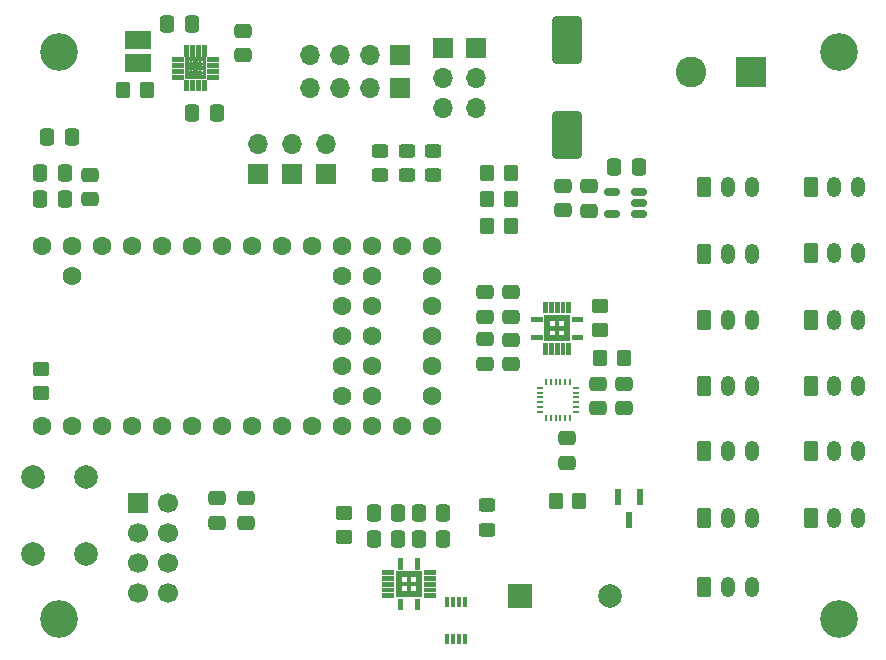
<source format=gbr>
%TF.GenerationSoftware,KiCad,Pcbnew,8.0.7*%
%TF.CreationDate,2025-01-15T19:07:21+07:00*%
%TF.ProjectId,Teensy4.0,5465656e-7379-4342-9e30-2e6b69636164,rev?*%
%TF.SameCoordinates,Original*%
%TF.FileFunction,Soldermask,Top*%
%TF.FilePolarity,Negative*%
%FSLAX46Y46*%
G04 Gerber Fmt 4.6, Leading zero omitted, Abs format (unit mm)*
G04 Created by KiCad (PCBNEW 8.0.7) date 2025-01-15 19:07:21*
%MOMM*%
%LPD*%
G01*
G04 APERTURE LIST*
G04 Aperture macros list*
%AMRoundRect*
0 Rectangle with rounded corners*
0 $1 Rounding radius*
0 $2 $3 $4 $5 $6 $7 $8 $9 X,Y pos of 4 corners*
0 Add a 4 corners polygon primitive as box body*
4,1,4,$2,$3,$4,$5,$6,$7,$8,$9,$2,$3,0*
0 Add four circle primitives for the rounded corners*
1,1,$1+$1,$2,$3*
1,1,$1+$1,$4,$5*
1,1,$1+$1,$6,$7*
1,1,$1+$1,$8,$9*
0 Add four rect primitives between the rounded corners*
20,1,$1+$1,$2,$3,$4,$5,0*
20,1,$1+$1,$4,$5,$6,$7,0*
20,1,$1+$1,$6,$7,$8,$9,0*
20,1,$1+$1,$8,$9,$2,$3,0*%
G04 Aperture macros list end*
%ADD10C,0.000000*%
%ADD11R,0.850000X0.280000*%
%ADD12R,0.280000X0.850000*%
%ADD13C,0.508000*%
%ADD14R,0.300000X0.850000*%
%ADD15RoundRect,0.250000X-0.350000X-0.625000X0.350000X-0.625000X0.350000X0.625000X-0.350000X0.625000X0*%
%ADD16O,1.200000X1.750000*%
%ADD17R,2.000000X2.000000*%
%ADD18C,2.000000*%
%ADD19C,3.200000*%
%ADD20RoundRect,0.250000X0.475000X-0.337500X0.475000X0.337500X-0.475000X0.337500X-0.475000X-0.337500X0*%
%ADD21R,1.700000X1.700000*%
%ADD22O,1.700000X1.700000*%
%ADD23RoundRect,0.250000X-0.475000X0.337500X-0.475000X-0.337500X0.475000X-0.337500X0.475000X0.337500X0*%
%ADD24RoundRect,0.250000X0.350000X0.450000X-0.350000X0.450000X-0.350000X-0.450000X0.350000X-0.450000X0*%
%ADD25RoundRect,0.250000X-0.350000X-0.450000X0.350000X-0.450000X0.350000X0.450000X-0.350000X0.450000X0*%
%ADD26RoundRect,0.250000X-0.337500X-0.475000X0.337500X-0.475000X0.337500X0.475000X-0.337500X0.475000X0*%
%ADD27RoundRect,0.250000X0.337500X0.475000X-0.337500X0.475000X-0.337500X-0.475000X0.337500X-0.475000X0*%
%ADD28RoundRect,0.050000X-0.225000X-0.050000X0.225000X-0.050000X0.225000X0.050000X-0.225000X0.050000X0*%
%ADD29RoundRect,0.050000X0.050000X-0.225000X0.050000X0.225000X-0.050000X0.225000X-0.050000X-0.225000X0*%
%ADD30RoundRect,0.250000X0.450000X-0.325000X0.450000X0.325000X-0.450000X0.325000X-0.450000X-0.325000X0*%
%ADD31RoundRect,0.250000X1.000000X-1.750000X1.000000X1.750000X-1.000000X1.750000X-1.000000X-1.750000X0*%
%ADD32C,1.700000*%
%ADD33RoundRect,0.250000X0.450000X-0.350000X0.450000X0.350000X-0.450000X0.350000X-0.450000X-0.350000X0*%
%ADD34R,2.600000X2.600000*%
%ADD35C,2.600000*%
%ADD36C,1.600000*%
%ADD37RoundRect,0.250000X-0.450000X0.350000X-0.450000X-0.350000X0.450000X-0.350000X0.450000X0.350000X0*%
%ADD38RoundRect,0.150000X0.512500X0.150000X-0.512500X0.150000X-0.512500X-0.150000X0.512500X-0.150000X0*%
%ADD39RoundRect,0.250000X-0.450000X0.325000X-0.450000X-0.325000X0.450000X-0.325000X0.450000X0.325000X0*%
%ADD40R,0.558800X1.422400*%
%ADD41R,2.260600X1.498600*%
G04 APERTURE END LIST*
D10*
%TO.C,U4*%
G36*
X119543377Y-74809598D02*
G01*
X118554186Y-74809598D01*
X118554186Y-74390404D01*
X119543377Y-74390404D01*
X119543377Y-74809598D01*
G37*
G36*
X119543377Y-75309597D02*
G01*
X118554186Y-75309597D01*
X118554186Y-74890406D01*
X119543377Y-74890406D01*
X119543377Y-75309597D01*
G37*
G36*
X119543377Y-75809596D02*
G01*
X118554186Y-75809596D01*
X118554186Y-75390405D01*
X119543377Y-75390405D01*
X119543377Y-75809596D01*
G37*
G36*
X119543377Y-76309598D02*
G01*
X118554186Y-76309598D01*
X118554186Y-75890404D01*
X119543377Y-75890404D01*
X119543377Y-76309598D01*
G37*
G36*
X119983188Y-77319596D02*
G01*
X119563996Y-77319596D01*
X119563996Y-76330405D01*
X119983188Y-76330405D01*
X119983188Y-77319596D01*
G37*
G36*
X120483314Y-77319596D02*
G01*
X120064122Y-77319596D01*
X120064122Y-76330405D01*
X120483314Y-76330405D01*
X120483314Y-77319596D01*
G37*
G36*
X120983440Y-77319596D02*
G01*
X120564248Y-77319596D01*
X120564248Y-76330405D01*
X120983440Y-76330405D01*
X120983440Y-77319596D01*
G37*
G36*
X121483566Y-77319596D02*
G01*
X121064374Y-77319596D01*
X121064374Y-76330405D01*
X121483566Y-76330405D01*
X121483566Y-77319596D01*
G37*
G36*
X122493376Y-76309598D02*
G01*
X121504185Y-76309598D01*
X121504185Y-75890404D01*
X122493376Y-75890404D01*
X122493376Y-76309598D01*
G37*
G36*
X122493376Y-75809596D02*
G01*
X121504185Y-75809596D01*
X121504185Y-75390405D01*
X122493376Y-75390405D01*
X122493376Y-75809596D01*
G37*
G36*
X122493376Y-75309597D02*
G01*
X121504185Y-75309597D01*
X121504185Y-74890406D01*
X122493376Y-74890406D01*
X122493376Y-75309597D01*
G37*
G36*
X122493376Y-74809598D02*
G01*
X121504185Y-74809598D01*
X121504185Y-74390404D01*
X122493376Y-74390404D01*
X122493376Y-74809598D01*
G37*
G36*
X121483566Y-74369597D02*
G01*
X121064374Y-74369597D01*
X121064374Y-73380406D01*
X121483566Y-73380406D01*
X121483566Y-74369597D01*
G37*
G36*
X120983440Y-74369597D02*
G01*
X120564248Y-74369597D01*
X120564248Y-73380406D01*
X120983440Y-73380406D01*
X120983440Y-74369597D01*
G37*
G36*
X120483314Y-74369597D02*
G01*
X120064122Y-74369597D01*
X120064122Y-73380406D01*
X120483314Y-73380406D01*
X120483314Y-74369597D01*
G37*
G36*
X119983188Y-74369597D02*
G01*
X119563996Y-74369597D01*
X119563996Y-73380406D01*
X119983188Y-73380406D01*
X119983188Y-74369597D01*
G37*
G36*
X121437281Y-74756301D02*
G01*
X119610281Y-74756301D01*
X119610281Y-74436501D01*
X121437281Y-74436501D01*
X121437281Y-74756301D01*
G37*
G36*
X121437281Y-75543701D02*
G01*
X119610281Y-75543701D01*
X119610281Y-75156301D01*
X121437281Y-75156301D01*
X121437281Y-75543701D01*
G37*
G36*
X121437281Y-76263501D02*
G01*
X119610281Y-76263501D01*
X119610281Y-75943701D01*
X121437281Y-75943701D01*
X121437281Y-76263501D01*
G37*
G36*
X119930081Y-76263501D02*
G01*
X119610281Y-76263501D01*
X119610281Y-74436501D01*
X119930081Y-74436501D01*
X119930081Y-76263501D01*
G37*
G36*
X120717481Y-76263501D02*
G01*
X120330081Y-76263501D01*
X120330081Y-74436501D01*
X120717481Y-74436501D01*
X120717481Y-76263501D01*
G37*
G36*
X121437281Y-76263501D02*
G01*
X121117481Y-76263501D01*
X121117481Y-74436501D01*
X121437281Y-74436501D01*
X121437281Y-76263501D01*
G37*
%TO.C,U3*%
G36*
X137313443Y-118240953D02*
G01*
X136323556Y-118240953D01*
X136323556Y-117821046D01*
X137313443Y-117821046D01*
X137313443Y-118240953D01*
G37*
G36*
X137313443Y-118740955D02*
G01*
X136323556Y-118740955D01*
X136323556Y-118321047D01*
X137313443Y-118321047D01*
X137313443Y-118740955D01*
G37*
G36*
X137313443Y-119240954D02*
G01*
X136323556Y-119240954D01*
X136323556Y-118821046D01*
X137313443Y-118821046D01*
X137313443Y-119240954D01*
G37*
G36*
X137313443Y-119740953D02*
G01*
X136323556Y-119740953D01*
X136323556Y-119321045D01*
X137313443Y-119321045D01*
X137313443Y-119740953D01*
G37*
G36*
X137313443Y-120240954D02*
G01*
X136323556Y-120240954D01*
X136323556Y-119821047D01*
X137313443Y-119821047D01*
X137313443Y-120240954D01*
G37*
G36*
X137993799Y-120119500D02*
G01*
X137498999Y-120119500D01*
X137498999Y-117942500D01*
X137993799Y-117942500D01*
X137993799Y-120119500D01*
G37*
G36*
X139675999Y-118437300D02*
G01*
X137498999Y-118437300D01*
X137498999Y-117942500D01*
X139675999Y-117942500D01*
X139675999Y-118437300D01*
G37*
G36*
X139675999Y-119224700D02*
G01*
X137498999Y-119224700D01*
X137498999Y-118837300D01*
X139675999Y-118837300D01*
X139675999Y-119224700D01*
G37*
G36*
X139675999Y-120119500D02*
G01*
X137498999Y-120119500D01*
X137498999Y-119624700D01*
X139675999Y-119624700D01*
X139675999Y-120119500D01*
G37*
G36*
X138047452Y-117794942D02*
G01*
X137627544Y-117794942D01*
X137627544Y-116805058D01*
X138047452Y-116805058D01*
X138047452Y-117794942D01*
G37*
G36*
X138047452Y-121256942D02*
G01*
X137627544Y-121256942D01*
X137627544Y-120267058D01*
X138047452Y-120267058D01*
X138047452Y-121256942D01*
G37*
G36*
X138781199Y-120119500D02*
G01*
X138393799Y-120119500D01*
X138393799Y-117942500D01*
X138781199Y-117942500D01*
X138781199Y-120119500D01*
G37*
G36*
X139547454Y-117794942D02*
G01*
X139127546Y-117794942D01*
X139127546Y-116805058D01*
X139547454Y-116805058D01*
X139547454Y-117794942D01*
G37*
G36*
X139547454Y-121256942D02*
G01*
X139127546Y-121256942D01*
X139127546Y-120267058D01*
X139547454Y-120267058D01*
X139547454Y-121256942D01*
G37*
G36*
X139675999Y-120119500D02*
G01*
X139181199Y-120119500D01*
X139181199Y-117942500D01*
X139675999Y-117942500D01*
X139675999Y-120119500D01*
G37*
G36*
X140851442Y-118240953D02*
G01*
X139861555Y-118240953D01*
X139861555Y-117821046D01*
X140851442Y-117821046D01*
X140851442Y-118240953D01*
G37*
G36*
X140851442Y-118740955D02*
G01*
X139861555Y-118740955D01*
X139861555Y-118321047D01*
X140851442Y-118321047D01*
X140851442Y-118740955D01*
G37*
G36*
X140851442Y-119240954D02*
G01*
X139861555Y-119240954D01*
X139861555Y-118821046D01*
X140851442Y-118821046D01*
X140851442Y-119240954D01*
G37*
G36*
X140851442Y-119740953D02*
G01*
X139861555Y-119740953D01*
X139861555Y-119321045D01*
X140851442Y-119321045D01*
X140851442Y-119740953D01*
G37*
G36*
X140851442Y-120240954D02*
G01*
X139861555Y-120240954D01*
X139861555Y-119821047D01*
X140851442Y-119821047D01*
X140851442Y-120240954D01*
G37*
%TO.C,U7*%
G36*
X149894942Y-96834952D02*
G01*
X148905058Y-96834952D01*
X148905058Y-96415044D01*
X149894942Y-96415044D01*
X149894942Y-96834952D01*
G37*
G36*
X149894942Y-98334954D02*
G01*
X148905058Y-98334954D01*
X148905058Y-97915046D01*
X149894942Y-97915046D01*
X149894942Y-98334954D01*
G37*
G36*
X150340953Y-96100943D02*
G01*
X149921046Y-96100943D01*
X149921046Y-95111056D01*
X150340953Y-95111056D01*
X150340953Y-96100943D01*
G37*
G36*
X150340953Y-99638942D02*
G01*
X149921046Y-99638942D01*
X149921046Y-98649055D01*
X150340953Y-98649055D01*
X150340953Y-99638942D01*
G37*
G36*
X152219500Y-96781299D02*
G01*
X150042500Y-96781299D01*
X150042500Y-96286499D01*
X152219500Y-96286499D01*
X152219500Y-96781299D01*
G37*
G36*
X152219500Y-97568699D02*
G01*
X150042500Y-97568699D01*
X150042500Y-97181299D01*
X152219500Y-97181299D01*
X152219500Y-97568699D01*
G37*
G36*
X150537300Y-98463499D02*
G01*
X150042500Y-98463499D01*
X150042500Y-96286499D01*
X150537300Y-96286499D01*
X150537300Y-98463499D01*
G37*
G36*
X152219500Y-98463499D02*
G01*
X150042500Y-98463499D01*
X150042500Y-97968699D01*
X152219500Y-97968699D01*
X152219500Y-98463499D01*
G37*
G36*
X150840955Y-96100943D02*
G01*
X150421047Y-96100943D01*
X150421047Y-95111056D01*
X150840955Y-95111056D01*
X150840955Y-96100943D01*
G37*
G36*
X150840955Y-99638942D02*
G01*
X150421047Y-99638942D01*
X150421047Y-98649055D01*
X150840955Y-98649055D01*
X150840955Y-99638942D01*
G37*
G36*
X151340954Y-96100943D02*
G01*
X150921046Y-96100943D01*
X150921046Y-95111056D01*
X151340954Y-95111056D01*
X151340954Y-96100943D01*
G37*
G36*
X151340954Y-99638942D02*
G01*
X150921046Y-99638942D01*
X150921046Y-98649055D01*
X151340954Y-98649055D01*
X151340954Y-99638942D01*
G37*
G36*
X151324700Y-98463499D02*
G01*
X150937300Y-98463499D01*
X150937300Y-96286499D01*
X151324700Y-96286499D01*
X151324700Y-98463499D01*
G37*
G36*
X151840953Y-96100943D02*
G01*
X151421045Y-96100943D01*
X151421045Y-95111056D01*
X151840953Y-95111056D01*
X151840953Y-96100943D01*
G37*
G36*
X151840953Y-99638942D02*
G01*
X151421045Y-99638942D01*
X151421045Y-98649055D01*
X151840953Y-98649055D01*
X151840953Y-99638942D01*
G37*
G36*
X152219500Y-98463499D02*
G01*
X151724700Y-98463499D01*
X151724700Y-96286499D01*
X152219500Y-96286499D01*
X152219500Y-98463499D01*
G37*
G36*
X152340954Y-96100943D02*
G01*
X151921047Y-96100943D01*
X151921047Y-95111056D01*
X152340954Y-95111056D01*
X152340954Y-96100943D01*
G37*
G36*
X152340954Y-99638942D02*
G01*
X151921047Y-99638942D01*
X151921047Y-98649055D01*
X152340954Y-98649055D01*
X152340954Y-99638942D01*
G37*
G36*
X153356942Y-96834952D02*
G01*
X152367058Y-96834952D01*
X152367058Y-96415044D01*
X153356942Y-96415044D01*
X153356942Y-96834952D01*
G37*
G36*
X153356942Y-98334954D02*
G01*
X152367058Y-98334954D01*
X152367058Y-97915046D01*
X153356942Y-97915046D01*
X153356942Y-98334954D01*
G37*
%TD*%
D11*
%TO.C,U4*%
X119048780Y-74600000D03*
X119048780Y-75100001D03*
X119048780Y-75600001D03*
X119048780Y-76100002D03*
D12*
X119773592Y-76825002D03*
X120273718Y-76825002D03*
X120773844Y-76825002D03*
X121273970Y-76825002D03*
D11*
X121998782Y-76100002D03*
X121998782Y-75600001D03*
X121998782Y-75100001D03*
X121998782Y-74600000D03*
D12*
X121273970Y-73875000D03*
X120773844Y-73875000D03*
X120273718Y-73875000D03*
X119773592Y-73875000D03*
D13*
X120130081Y-75743701D03*
X120130081Y-74956301D03*
X120917481Y-75743701D03*
X120917481Y-74956301D03*
%TD*%
D14*
%TO.C,IC2*%
X143350000Y-120550000D03*
X142850000Y-120550000D03*
X142350000Y-120550000D03*
X141850000Y-120550000D03*
X141850000Y-123700000D03*
X142350000Y-123700000D03*
X142850000Y-123700000D03*
X143350000Y-123700000D03*
%TD*%
D15*
%TO.C,servo1*%
X172600000Y-102250000D03*
D16*
X174600000Y-102250000D03*
X176600000Y-102250000D03*
%TD*%
D17*
%TO.C,BZ1*%
X148000000Y-120000000D03*
D18*
X155600000Y-120000000D03*
%TD*%
D19*
%TO.C,H2*%
X175000000Y-74000000D03*
%TD*%
D20*
%TO.C,C24*%
X145000000Y-96400000D03*
X145000000Y-94325000D03*
%TD*%
D21*
%TO.C,J1*%
X137790000Y-74250000D03*
D22*
X135250000Y-74250000D03*
X132710000Y-74250000D03*
X130170000Y-74250000D03*
%TD*%
D23*
%TO.C,C23*%
X147200000Y-94325000D03*
X147200000Y-96400000D03*
%TD*%
D24*
%TO.C,R11*%
X147200000Y-86450000D03*
X145200000Y-86450000D03*
%TD*%
D19*
%TO.C,H1*%
X109000000Y-74000000D03*
%TD*%
D25*
%TO.C,R1*%
X114373718Y-77225002D03*
X116373718Y-77225002D03*
%TD*%
D24*
%TO.C,R2*%
X156800000Y-99925000D03*
X154800000Y-99925000D03*
%TD*%
D26*
%TO.C,C17*%
X139400000Y-115250000D03*
X141475000Y-115250000D03*
%TD*%
D15*
%TO.C,servo13*%
X172600000Y-96650000D03*
D16*
X174600000Y-96650000D03*
X176600000Y-96650000D03*
%TD*%
D27*
%TO.C,C2*%
X109437500Y-84200000D03*
X107362500Y-84200000D03*
%TD*%
D28*
%TO.C,U6*%
X149700000Y-102425000D03*
X149700000Y-102825000D03*
X149700000Y-103225000D03*
X149700000Y-103625000D03*
X149700000Y-104025000D03*
X149700000Y-104425000D03*
D29*
X150200000Y-104925000D03*
X150600000Y-104925000D03*
X151000000Y-104925000D03*
X151400000Y-104925000D03*
X151800000Y-104925000D03*
X152200000Y-104925000D03*
D28*
X152700000Y-104425000D03*
X152700000Y-104025000D03*
X152700000Y-103625000D03*
X152700000Y-103225000D03*
X152700000Y-102825000D03*
X152700000Y-102425000D03*
D29*
X152200000Y-101925000D03*
X151800000Y-101925000D03*
X151400000Y-101925000D03*
X151000000Y-101925000D03*
X150600000Y-101925000D03*
X150200000Y-101925000D03*
%TD*%
D24*
%TO.C,R13*%
X147200000Y-84200000D03*
X145200000Y-84200000D03*
%TD*%
D26*
%TO.C,C21*%
X135600000Y-115250000D03*
X137675000Y-115250000D03*
%TD*%
D30*
%TO.C,VCC*%
X140650000Y-84425000D03*
X140650000Y-82375000D03*
%TD*%
D20*
%TO.C,C18*%
X154610000Y-104137500D03*
X154610000Y-102062500D03*
%TD*%
%TO.C,C14*%
X111600000Y-86437500D03*
X111600000Y-84362500D03*
%TD*%
D31*
%TO.C,C13*%
X152000000Y-81000000D03*
X152000000Y-73000000D03*
%TD*%
D20*
%TO.C,C16*%
X145025000Y-100387500D03*
X145025000Y-98312500D03*
%TD*%
D12*
%TO.C,U3*%
X137837498Y-117300000D03*
D11*
X136818498Y-118030999D03*
X136818498Y-118531001D03*
X136818498Y-119031000D03*
X136818498Y-119530999D03*
X136818498Y-120031001D03*
D12*
X137837498Y-120762000D03*
X139337500Y-120762000D03*
D11*
X140356500Y-120031001D03*
X140356500Y-119530999D03*
X140356500Y-119031000D03*
X140356500Y-118531001D03*
X140356500Y-118030999D03*
D12*
X139337500Y-117300000D03*
%TD*%
D24*
%TO.C,R3*%
X147200000Y-88700000D03*
X145200000Y-88700000D03*
%TD*%
D21*
%TO.C,U2*%
X115610500Y-112175000D03*
D32*
X118150500Y-112175000D03*
X115610500Y-114715000D03*
X118150500Y-114715000D03*
X115610500Y-117255000D03*
X118150500Y-117255000D03*
X115610500Y-119795000D03*
X118150500Y-119795000D03*
%TD*%
D15*
%TO.C,servo11*%
X172600000Y-85400000D03*
D16*
X174600000Y-85400000D03*
X176600000Y-85400000D03*
%TD*%
D33*
%TO.C,R9*%
X133112500Y-115050000D03*
X133112500Y-113050000D03*
%TD*%
D20*
%TO.C,C3*%
X122350000Y-113837500D03*
X122350000Y-111762500D03*
%TD*%
D15*
%TO.C,servo5*%
X163600000Y-107800000D03*
D16*
X165600000Y-107800000D03*
X167600000Y-107800000D03*
%TD*%
D15*
%TO.C,servo4*%
X163600000Y-119250000D03*
D16*
X165600000Y-119250000D03*
X167600000Y-119250000D03*
%TD*%
D21*
%TO.C,5V*%
X144250000Y-73630000D03*
D22*
X144250000Y-76170000D03*
X144250000Y-78710000D03*
%TD*%
D20*
%TO.C,C7*%
X152010000Y-108737500D03*
X152010000Y-106662500D03*
%TD*%
D15*
%TO.C,servo2*%
X163600000Y-113450000D03*
D16*
X165600000Y-113450000D03*
X167600000Y-113450000D03*
%TD*%
D20*
%TO.C,C11*%
X151600000Y-87387500D03*
X151600000Y-85312500D03*
%TD*%
D33*
%TO.C,R7*%
X107400000Y-102810000D03*
X107400000Y-100810000D03*
%TD*%
D30*
%TO.C,3V3*%
X136150000Y-84425000D03*
X136150000Y-82375000D03*
%TD*%
D26*
%TO.C,C20*%
X135600000Y-113000000D03*
X137675000Y-113000000D03*
%TD*%
D25*
%TO.C,R4*%
X151000000Y-112000000D03*
X153000000Y-112000000D03*
%TD*%
D21*
%TO.C,S4*%
X125800000Y-84300000D03*
D22*
X125800000Y-81760000D03*
%TD*%
D34*
%TO.C,Main-Power1*%
X167545000Y-75695000D03*
D35*
X162465000Y-75695000D03*
%TD*%
D27*
%TO.C,C8*%
X158025000Y-83712500D03*
X155950000Y-83712500D03*
%TD*%
D11*
%TO.C,U7*%
X149400000Y-98125000D03*
D12*
X150130999Y-99144000D03*
X150631001Y-99144000D03*
X151131000Y-99144000D03*
X151630999Y-99144000D03*
X152131001Y-99144000D03*
D11*
X152862000Y-98125000D03*
X152862000Y-96624998D03*
D12*
X152131001Y-95605998D03*
X151630999Y-95605998D03*
X151131000Y-95605998D03*
X150631001Y-95605998D03*
X150130999Y-95605998D03*
D11*
X149400000Y-96624998D03*
%TD*%
D30*
%TO.C,5V*%
X138400000Y-84425000D03*
X138400000Y-82375000D03*
%TD*%
D15*
%TO.C,servo10*%
X163600000Y-102250000D03*
D16*
X165600000Y-102250000D03*
X167600000Y-102250000D03*
%TD*%
D20*
%TO.C,C15*%
X124800000Y-113837500D03*
X124800000Y-111762500D03*
%TD*%
D21*
%TO.C,S2*%
X131600000Y-84275000D03*
D22*
X131600000Y-81735000D03*
%TD*%
D36*
%TO.C,U1*%
X107490000Y-105620000D03*
X110030000Y-105620000D03*
X112570000Y-105620000D03*
X115110000Y-105620000D03*
X117650000Y-105620000D03*
X120190000Y-105620000D03*
X122730000Y-105620000D03*
X125270000Y-105620000D03*
X127810000Y-105620000D03*
X130350000Y-105620000D03*
X132890000Y-105620000D03*
X135430000Y-105620000D03*
X137970000Y-105620000D03*
X140510000Y-105620000D03*
X140510000Y-103080000D03*
X140510000Y-100540000D03*
X140510000Y-98000000D03*
X140510000Y-95460000D03*
X140510000Y-92920000D03*
X140510000Y-90380000D03*
X137970000Y-90380000D03*
X135430000Y-90380000D03*
X132890000Y-90380000D03*
X130350000Y-90380000D03*
X127810000Y-90380000D03*
X125270000Y-90380000D03*
X122730000Y-90380000D03*
X120190000Y-90380000D03*
X117650000Y-90380000D03*
X115110000Y-90380000D03*
X112570000Y-90380000D03*
X110030000Y-90380000D03*
X107490000Y-90380000D03*
X110030000Y-92920000D03*
X135430000Y-92920000D03*
X132890000Y-92920000D03*
X135430000Y-95460000D03*
X132890000Y-95460000D03*
X135430000Y-98000000D03*
X132890000Y-98000000D03*
X135430000Y-100540000D03*
X132890000Y-100540000D03*
X135430000Y-103080000D03*
X132890000Y-103080000D03*
%TD*%
D19*
%TO.C,H4*%
X175000000Y-122000000D03*
%TD*%
D15*
%TO.C,servo3*%
X163600000Y-96650000D03*
D16*
X165600000Y-96650000D03*
X167600000Y-96650000D03*
%TD*%
D37*
%TO.C,R14*%
X154800000Y-95525000D03*
X154800000Y-97525000D03*
%TD*%
D15*
%TO.C,servo9*%
X172600000Y-91000000D03*
D16*
X174600000Y-91000000D03*
X176600000Y-91000000D03*
%TD*%
D19*
%TO.C,H3*%
X109000000Y-122000000D03*
%TD*%
D20*
%TO.C,C19*%
X156810000Y-104137500D03*
X156810000Y-102062500D03*
%TD*%
D18*
%TO.C,button1*%
X106750000Y-116500000D03*
X106750000Y-110000000D03*
X111250000Y-116500000D03*
X111250000Y-110000000D03*
%TD*%
D21*
%TO.C,J2*%
X137790000Y-77000000D03*
D22*
X135250000Y-77000000D03*
X132710000Y-77000000D03*
X130170000Y-77000000D03*
%TD*%
D21*
%TO.C,S3*%
X128700000Y-84300000D03*
D22*
X128700000Y-81760000D03*
%TD*%
D38*
%TO.C,U5*%
X158075000Y-87700000D03*
X158075000Y-86750000D03*
X158075000Y-85800000D03*
X155800000Y-85800000D03*
X155800000Y-87700000D03*
%TD*%
D26*
%TO.C,C5*%
X120236218Y-79125002D03*
X122311218Y-79125002D03*
%TD*%
D39*
%TO.C,D3*%
X145200000Y-112375000D03*
X145200000Y-114425000D03*
%TD*%
D20*
%TO.C,C12*%
X153822500Y-87425000D03*
X153822500Y-85350000D03*
%TD*%
D15*
%TO.C,servo12*%
X163600000Y-91050000D03*
D16*
X165600000Y-91050000D03*
X167600000Y-91050000D03*
%TD*%
D40*
%TO.C,U8*%
X158152500Y-111669600D03*
X156247500Y-111669600D03*
X157200000Y-113600000D03*
%TD*%
D26*
%TO.C,C4*%
X118136218Y-71625002D03*
X120211218Y-71625002D03*
%TD*%
D15*
%TO.C,servo8*%
X172600000Y-113450000D03*
D16*
X174600000Y-113450000D03*
X176600000Y-113450000D03*
%TD*%
D26*
%TO.C,C10*%
X139400000Y-113000000D03*
X141475000Y-113000000D03*
%TD*%
D23*
%TO.C,C22*%
X147200000Y-98325000D03*
X147200000Y-100400000D03*
%TD*%
D27*
%TO.C,C1*%
X109437500Y-86450000D03*
X107362500Y-86450000D03*
%TD*%
D26*
%TO.C,C9*%
X110037500Y-81200000D03*
X107962500Y-81200000D03*
%TD*%
D15*
%TO.C,servo6*%
X163600000Y-85400000D03*
D16*
X165600000Y-85400000D03*
X167600000Y-85400000D03*
%TD*%
D15*
%TO.C,servo7*%
X172600000Y-107800000D03*
D16*
X174600000Y-107800000D03*
X176600000Y-107800000D03*
%TD*%
D21*
%TO.C,GND*%
X141500000Y-73670000D03*
D22*
X141500000Y-76210000D03*
X141500000Y-78750000D03*
%TD*%
D23*
%TO.C,C6*%
X124573718Y-72187502D03*
X124573718Y-74262502D03*
%TD*%
D41*
%TO.C,L1*%
X115673718Y-72972502D03*
X115673718Y-74877502D03*
%TD*%
M02*

</source>
